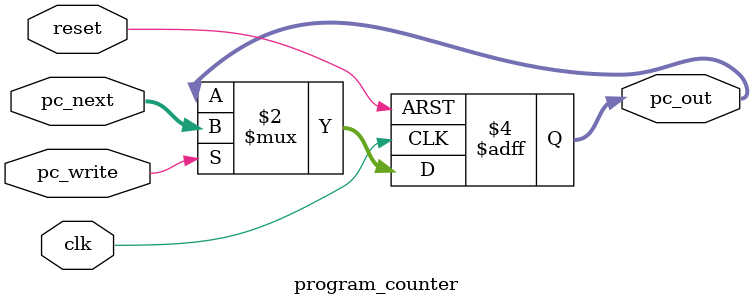
<source format=v>
`include "defines.vh"

module program_counter (
    input clk,
    input reset,
    input pc_write,   // Enable signal from control unit
    input [15:0] pc_next,  // Next PC value (e.g., PC+1 or branch target)
    output reg [15:0] pc_out
);
    always @(posedge clk or posedge reset) begin
        if (reset)
            pc_out <= 16'b0;  // start at address 0
        else if (pc_write)
            pc_out <= pc_next;
    end
endmodule

</source>
